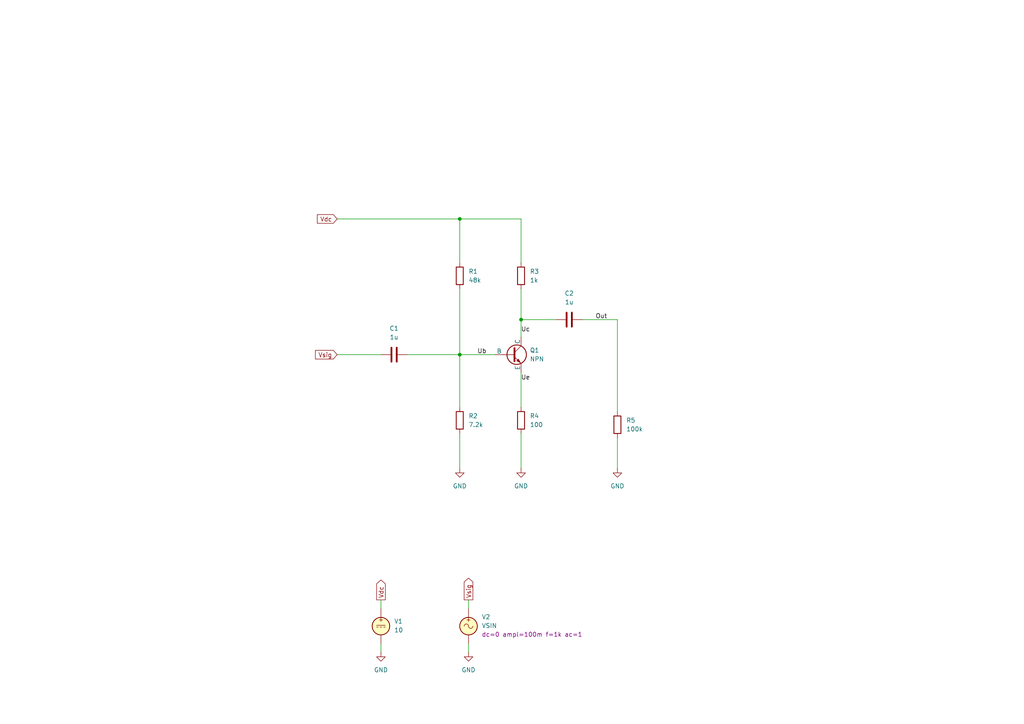
<source format=kicad_sch>
(kicad_sch (version 20250114) (generator "eeschema") (generator_version "9.0")
  (paper "A4")
  (title_block (title "NPN as amplifier (CE)") (date "2025-09-13") (company "GitHub/OJStuff"))
  (lib_symbols
    (symbol "Device:C" (pin_numbers (hide yes)) (pin_names (offset 0.254))
      (property "Reference" "C" (at 0.635 2.54 0))
      (property "Value" "C" (at 0.635 -2.54 0))
      (symbol "C_0_1"
        (polyline (pts (xy -2.032 0.762) (xy 2.032 0.762)) (stroke (width 0.508)))
        (polyline (pts (xy -2.032 -0.762) (xy 2.032 -0.762)) (stroke (width 0.508)))
      )
      (symbol "C_1_1"
        (pin passive line (at 0 3.81 270) (length 2.794) (name "~") (number "1"))
        (pin passive line (at 0 -3.81 90) (length 2.794) (name "~") (number "2"))
      )
    )
    (symbol "Device:R" (pin_numbers (hide yes)) (pin_names (offset 0))
      (property "Reference" "R" (at 2.032 0 90))
      (property "Value" "R" (at 0 0 90))
      (symbol "R_0_1"
        (rectangle (start -1.016 -2.54) (end 1.016 2.54) (stroke (width 0.254)))
      )
      (symbol "R_1_1"
        (pin passive line (at 0 3.81 270) (length 1.27) (name "~") (number "1"))
        (pin passive line (at 0 -3.81 90) (length 1.27) (name "~") (number "2"))
      )
    )
    (symbol "Simulation_SPICE:NPN" (pin_numbers (hide yes)) (pin_names (offset 0))
      (property "Reference" "Q" (at -2.54 7.62 0))
      (property "Value" "NPN" (at -2.54 5.08 0))
      (symbol "NPN_0_1"
        (polyline (pts (xy -2.54 0) (xy 0.635 0)) (stroke (width 0.1524)))
        (polyline (pts (xy 0.635 1.905) (xy 0.635 -1.905) (xy 0.635 -1.905)) (stroke (width 0.508)))
        (polyline (pts (xy 0.635 0.635) (xy 2.54 2.54)))
        (polyline (pts (xy 0.635 -0.635) (xy 2.54 -2.54) (xy 2.54 -2.54)))
        (circle (center 1.27 0) (radius 2.8194) (stroke (width 0.254)))
        (polyline (pts (xy 1.27 -1.778) (xy 1.778 -1.27) (xy 2.286 -2.286) (xy 1.27 -1.778) (xy 1.27 -1.778)) (fill (type outline)))
        (polyline (pts (xy 2.794 -1.27) (xy 2.794 -1.27)) (stroke (width 0.1524)))
        (polyline (pts (xy 2.794 -1.27) (xy 2.794 -1.27)) (stroke (width 0.1524)))
      )
      (symbol "NPN_1_1"
        (pin input line (at -5.08 0 0) (length 2.54) (name "B") (number "2"))
        (pin open_collector line (at 2.54 5.08 270) (length 2.54) (name "C") (number "1"))
        (pin open_emitter line (at 2.54 -5.08 90) (length 2.54) (name "E") (number "3"))
      )
    )
    (symbol "Simulation_SPICE:VDC" (pin_numbers (hide yes)) (pin_names (offset 0.0254))
      (property "Reference" "V" (at 2.54 2.54 0))
      (property "Value" "1" (at 2.54 0 0))
      (symbol "VDC_0_0"
        (polyline (pts (xy -1.27 0.254) (xy 1.27 0.254)))
        (polyline (pts (xy -0.762 -0.254) (xy -1.27 -0.254)))
        (polyline (pts (xy 0.254 -0.254) (xy -0.254 -0.254)))
        (polyline (pts (xy 1.27 -0.254) (xy 0.762 -0.254)))
        (text "+" (at 0 1.905 0) (effects (font (size 1.27 1.27))))
      )
      (symbol "VDC_0_1"
        (circle (center 0 0) (radius 2.54) (stroke (width 0.254)) (fill (type background)))
      )
      (symbol "VDC_1_1"
        (pin passive line (at 0 5.08 270) (length 2.54) (name "~") (number "1"))
        (pin passive line (at 0 -5.08 90) (length 2.54) (name "~") (number "2"))
      )
    )
    (symbol "Simulation_SPICE:VSIN" (pin_numbers (hide yes)) (pin_names (offset 0.0254))
      (property "Reference" "V" (at 2.54 2.54 0))
      (property "Value" "VSIN" (at 2.54 0 0))
      (property "Sim.Params" "dc=0 ampl=1 f=1k ac=1" (at 2.54 -2.54 0))
      (symbol "VSIN_0_0"
        (arc (start -1.27 0) (mid -0.635 0.6323) (end 0 0))
        (arc (start 1.27 0) (mid 0.635 -0.6323) (end 0 0))
        (text "+" (at 0 1.905 0) (effects (font (size 1.27 1.27))))
      )
      (symbol "VSIN_0_1"
        (circle (center 0 0) (radius 2.54) (stroke (width 0.254)) (fill (type background)))
      )
      (symbol "VSIN_1_1"
        (pin passive line (at 0 5.08 270) (length 2.54) (name "~") (number "1"))
        (pin passive line (at 0 -5.08 90) (length 2.54) (name "~") (number "2"))
      )
    )
    (symbol "power:GND" (power) (pin_numbers (hide yes)) (pin_names (offset 0) (hide yes))
      (property "Value" "GND" (at 0 -3.81 0))
      (symbol "GND_0_1"
        (polyline (pts (xy 0 0) (xy 0 -1.27) (xy 1.27 -1.27) (xy 0 -2.54) (xy -1.27 -1.27) (xy 0 -1.27)))
      )
      (symbol "GND_1_1"
        (pin power_in line (at 0 0 270) (length 0) (name "~") (number "1"))
      )
    )
  )
  (junction (at 133.35 63.5))
  (junction (at 151.13 92.71))
  (junction (at 133.35 102.87))
  (wire (pts (xy 151.13 107.95) (xy 151.13 118.11)))
  (wire (pts (xy 110.49 176.53) (xy 110.49 173.99)))
  (wire (pts (xy 110.49 186.69) (xy 110.49 189.23)))
  (wire (pts (xy 118.11 102.87) (xy 133.35 102.87)))
  (wire (pts (xy 133.35 125.73) (xy 133.35 135.89)))
  (wire (pts (xy 110.49 102.87) (xy 97.79 102.87)))
  (wire (pts (xy 179.07 127) (xy 179.07 135.89)))
  (wire (pts (xy 135.89 186.69) (xy 135.89 189.23)))
  (wire (pts (xy 168.91 92.71) (xy 179.07 92.71)))
  (wire (pts (xy 151.13 92.71) (xy 161.29 92.71)))
  (wire (pts (xy 151.13 83.82) (xy 151.13 92.71)))
  (wire (pts (xy 135.89 176.53) (xy 135.89 173.99)))
  (wire (pts (xy 97.79 63.5) (xy 133.35 63.5)))
  (wire (pts (xy 151.13 92.71) (xy 151.13 97.79)))
  (wire (pts (xy 133.35 102.87) (xy 133.35 118.11)))
  (wire (pts (xy 133.35 83.82) (xy 133.35 102.87)))
  (wire (pts (xy 133.35 102.87) (xy 143.51 102.87)))
  (wire (pts (xy 151.13 125.73) (xy 151.13 135.89)))
  (wire (pts (xy 133.35 63.5) (xy 133.35 76.2)))
  (wire (pts (xy 179.07 92.71) (xy 179.07 119.38)))
  (wire (pts (xy 151.13 76.2) (xy 151.13 63.5)))
  (wire (pts (xy 151.13 63.5) (xy 133.35 63.5)))
  (label "Ue" (at 151.13 110.49 0))
  (label "Out" (at 172.72 92.71 0))
  (label "Ub" (at 138.43 102.87 0))
  (label "Uc" (at 151.13 96.52 0))
  (global_label "Vsig" (shape output) (at 135.89 173.99 90) (property "Intersheetrefs" "${INTERSHEET_REFS}" (effects (hide yes))))
  (global_label "Vdc" (shape input) (at 97.79 63.5 180) (property "Intersheetrefs" "${INTERSHEET_REFS}" (effects (hide yes))))
  (global_label "Vsig" (shape input) (at 97.79 102.87 180) (property "Intersheetrefs" "${INTERSHEET_REFS}" (effects (hide yes))))
  (global_label "Vdc" (shape output) (at 110.49 173.99 90) (property "Intersheetrefs" "${INTERSHEET_REFS}" (effects (hide yes))))
  (symbol (lib_id "Simulation_SPICE:VDC") (at 110.49 181.61 0) (unit 1)
    (property "Reference" "V1" (at 114.3 180.2101 0) (effects (justify left)))
    (property "Value" "10" (at 114.3 182.7501 0) (effects (justify left)))
    (property "Datasheet" "https://ngspice.sourceforge.io/docs/ngspice-html-manual/manual.xhtml#sec_Independent_Sources_for" (effects (hide yes)))
    (property "Description" "Voltage source, DC" (effects (hide yes)))
    (property "Sim.Pins" "1=+ 2=-" (effects (hide yes)))
    (property "Sim.Type" "DC" (effects (hide yes)))
    (property "Sim.Device" "V" (effects (hide yes)))
  )
  (symbol (lib_id "Device:R") (at 133.35 80.01 0) (unit 1)
    (property "Reference" "R1" (at 135.89 78.7399 0) (effects (justify left)))
    (property "Value" "48k" (at 135.89 81.2799 0) (effects (justify left)))
    (property "Description" "Resistor" (effects (hide yes)))
  )
  (symbol (lib_id "Simulation_SPICE:VSIN") (at 135.89 181.61 0) (unit 1)
    (property "Reference" "V2" (at 139.7 178.9401 0) (effects (justify left)))
    (property "Value" "VSIN" (at 139.7 181.4801 0) (effects (justify left)))
    (property "Datasheet" "https://ngspice.sourceforge.io/docs/ngspice-html-manual/manual.xhtml#sec_Independent_Sources_for" (effects (hide yes)))
    (property "Description" "Voltage source, sinusoidal" (effects (hide yes)))
    (property "Sim.Pins" "1=+ 2=-" (effects (hide yes)))
    (property "Sim.Params" "dc=0 ampl=100m f=1k ac=1" (at 139.7 184.0201 0) (effects (justify left)))
    (property "Sim.Type" "SIN" (effects (hide yes)))
    (property "Sim.Device" "V" (effects (hide yes)))
  )
  (symbol (lib_id "power:GND") (at 110.49 189.23 0) (unit 1)
    (property "Reference" "#PWR01" (effects (hide yes)))
    (property "Value" "GND" (at 110.49 194.31 0))
    (property "Description" "Power symbol creates a global label with name \"GND\" , ground" (effects (hide yes)))
  )
  (symbol (lib_id "Simulation_SPICE:NPN") (at 148.59 102.87 0) (unit 1)
    (property "Reference" "Q1" (at 153.67 101.5999 0) (effects (justify left)))
    (property "Value" "NPN" (at 153.67 104.1399 0) (effects (justify left)))
    (property "Datasheet" "https://ngspice.sourceforge.io/docs/ngspice-html-manual/manual.xhtml#cha_BJTs" (effects (hide yes)))
    (property "Description" "Bipolar transistor symbol for simulation only, substrate tied to the emitter" (effects (hide yes)))
    (property "Sim.Device" "NPN" (effects (hide yes)))
    (property "Sim.Type" "GUMMELPOON" (effects (hide yes)))
    (property "Sim.Pins" "1=C 2=B 3=E" (effects (hide yes)))
  )
  (symbol (lib_id "power:GND") (at 135.89 189.23 0) (unit 1)
    (property "Reference" "#PWR02" (effects (hide yes)))
    (property "Value" "GND" (at 135.89 194.31 0))
    (property "Description" "Power symbol creates a global label with name \"GND\" , ground" (effects (hide yes)))
  )
  (symbol (lib_id "Device:R") (at 133.35 121.92 0) (unit 1)
    (property "Reference" "R2" (at 135.89 120.6499 0) (effects (justify left)))
    (property "Value" "7.2k" (at 135.89 123.1899 0) (effects (justify left)))
    (property "Description" "Resistor" (effects (hide yes)))
  )
  (symbol (lib_id "Device:R") (at 151.13 121.92 0) (unit 1)
    (property "Reference" "R4" (at 153.67 120.6499 0) (effects (justify left)))
    (property "Value" "100" (at 153.67 123.1899 0) (effects (justify left)))
    (property "Description" "Resistor" (effects (hide yes)))
  )
  (symbol (lib_id "Device:C") (at 114.3 102.87 90) (unit 1)
    (property "Reference" "C1" (at 114.3 95.25 90))
    (property "Value" "1u" (at 114.3 97.79 90))
    (property "Description" "Unpolarized capacitor" (effects (hide yes)))
  )
  (symbol (lib_id "power:GND") (at 179.07 135.89 0) (unit 1)
    (property "Reference" "#PWR05" (effects (hide yes)))
    (property "Value" "GND" (at 179.07 140.97 0))
    (property "Description" "Power symbol creates a global label with name \"GND\" , ground" (effects (hide yes)))
  )
  (symbol (lib_id "power:GND") (at 133.35 135.89 0) (unit 1)
    (property "Reference" "#PWR03" (effects (hide yes)))
    (property "Value" "GND" (at 133.35 140.97 0))
    (property "Description" "Power symbol creates a global label with name \"GND\" , ground" (effects (hide yes)))
  )
  (symbol (lib_id "Device:R") (at 179.07 123.19 0) (unit 1)
    (property "Reference" "R5" (at 181.61 121.9199 0) (effects (justify left)))
    (property "Value" "100k" (at 181.61 124.4599 0) (effects (justify left)))
    (property "Description" "Resistor" (effects (hide yes)))
  )
  (symbol (lib_id "Device:C") (at 165.1 92.71 90) (unit 1)
    (property "Reference" "C2" (at 165.1 85.09 90))
    (property "Value" "1u" (at 165.1 87.63 90))
    (property "Description" "Unpolarized capacitor" (effects (hide yes)))
  )
  (symbol (lib_id "power:GND") (at 151.13 135.89 0) (unit 1)
    (property "Reference" "#PWR04" (effects (hide yes)))
    (property "Value" "GND" (at 151.13 140.97 0))
    (property "Description" "Power symbol creates a global label with name \"GND\" , ground" (effects (hide yes)))
  )
  (symbol (lib_id "Device:R") (at 151.13 80.01 0) (unit 1)
    (property "Reference" "R3" (at 153.67 78.7399 0) (effects (justify left)))
    (property "Value" "1k" (at 153.67 81.2799 0) (effects (justify left)))
    (property "Description" "Resistor" (effects (hide yes)))
  )
)
</source>
